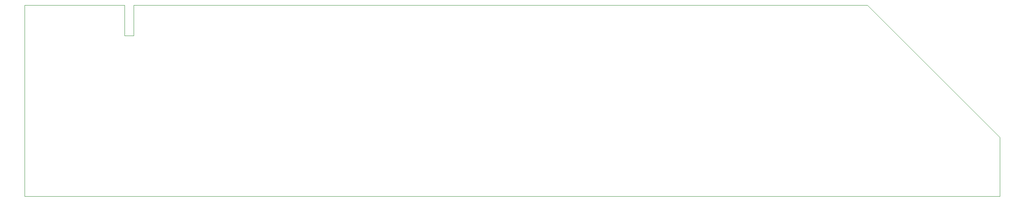
<source format=gm1>
%TF.GenerationSoftware,KiCad,Pcbnew,5.1.6*%
%TF.CreationDate,2020-09-14T21:31:35+02:00*%
%TF.ProjectId,PCIe-pin-header-adapter,50434965-2d70-4696-9e2d-686561646572,rev?*%
%TF.SameCoordinates,Original*%
%TF.FileFunction,Profile,NP*%
%FSLAX46Y46*%
G04 Gerber Fmt 4.6, Leading zero omitted, Abs format (unit mm)*
G04 Created by KiCad (PCBNEW 5.1.6) date 2020-09-14 21:31:35*
%MOMM*%
%LPD*%
G01*
G04 APERTURE LIST*
%TA.AperFunction,Profile*%
%ADD10C,0.050000*%
%TD*%
%TA.AperFunction,Profile*%
%ADD11C,0.120000*%
%TD*%
G04 APERTURE END LIST*
D10*
X222200000Y-109000000D02*
X193900000Y-80700000D01*
X222200000Y-109000000D02*
X222200000Y-121580000D01*
X114340000Y-80700000D02*
X193900000Y-80700000D01*
X14000000Y-121580000D02*
X222200000Y-121580000D01*
X14000000Y-80700000D02*
X14000000Y-121580000D01*
X18340000Y-80700000D02*
X14000000Y-80700000D01*
D11*
%TO.C,J4*%
X18340000Y-80700000D02*
X35340000Y-80700000D01*
X35340000Y-80700000D02*
X35340000Y-87200000D01*
X35340000Y-87200000D02*
X37340000Y-87200000D01*
X37340000Y-87200000D02*
X37340000Y-80700000D01*
X37340000Y-80700000D02*
X114340000Y-80700000D01*
%TD*%
M02*

</source>
